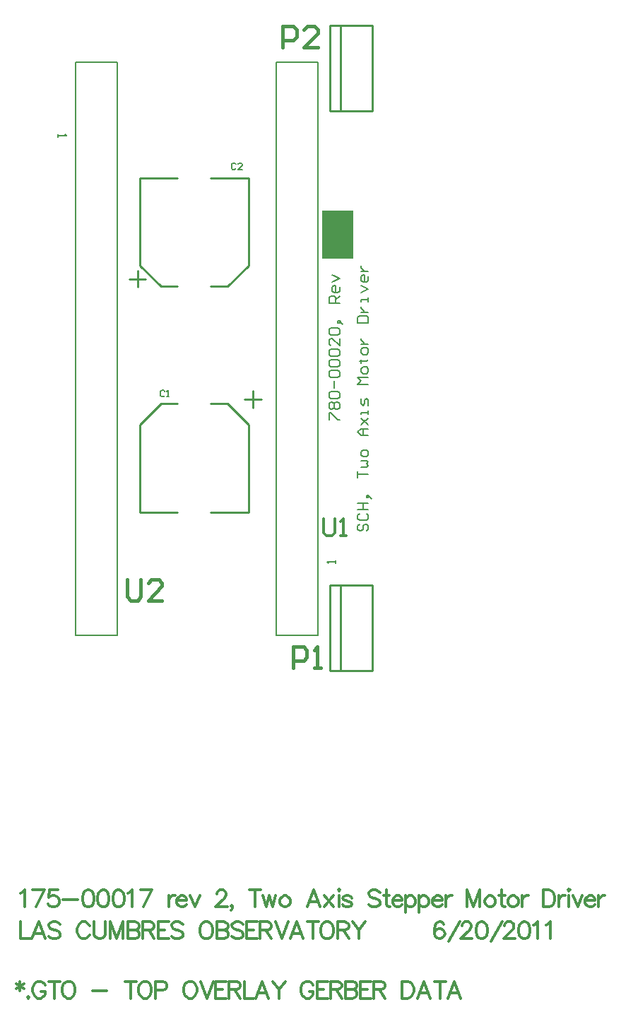
<source format=gto>
%FSLAX23Y23*%
%MOIN*%
G70*
G01*
G75*
G04 Layer_Color=65535*
%ADD10R,0.079X0.236*%
%ADD11C,0.008*%
%ADD12C,0.007*%
%ADD13C,0.050*%
%ADD14C,0.020*%
%ADD15C,0.012*%
%ADD16C,0.012*%
%ADD17C,0.012*%
%ADD18R,0.070X0.070*%
%ADD19C,0.070*%
%ADD20C,0.219*%
%ADD21C,0.276*%
%ADD22C,0.059*%
%ADD23R,0.059X0.059*%
%ADD24C,0.050*%
%ADD25C,0.024*%
%ADD26C,0.040*%
%ADD27C,0.080*%
G04:AMPARAMS|DCode=28|XSize=100mil|YSize=100mil|CornerRadius=0mil|HoleSize=0mil|Usage=FLASHONLY|Rotation=0.000|XOffset=0mil|YOffset=0mil|HoleType=Round|Shape=Relief|Width=10mil|Gap=10mil|Entries=4|*
%AMTHD28*
7,0,0,0.100,0.080,0.010,45*
%
%ADD28THD28*%
%ADD29C,0.206*%
%ADD30C,0.197*%
%ADD31C,0.075*%
G04:AMPARAMS|DCode=32|XSize=85mil|YSize=85mil|CornerRadius=0mil|HoleSize=0mil|Usage=FLASHONLY|Rotation=0.000|XOffset=0mil|YOffset=0mil|HoleType=Round|Shape=Relief|Width=10mil|Gap=10mil|Entries=4|*
%AMTHD32*
7,0,0,0.085,0.065,0.010,45*
%
%ADD32THD32*%
%ADD33C,0.065*%
G04:AMPARAMS|DCode=34|XSize=70mil|YSize=70mil|CornerRadius=0mil|HoleSize=0mil|Usage=FLASHONLY|Rotation=0.000|XOffset=0mil|YOffset=0mil|HoleType=Round|Shape=Relief|Width=10mil|Gap=10mil|Entries=4|*
%AMTHD34*
7,0,0,0.070,0.050,0.010,45*
%
%ADD34THD34*%
%ADD35C,0.068*%
G04:AMPARAMS|DCode=36|XSize=88mil|YSize=88mil|CornerRadius=0mil|HoleSize=0mil|Usage=FLASHONLY|Rotation=0.000|XOffset=0mil|YOffset=0mil|HoleType=Round|Shape=Relief|Width=10mil|Gap=10mil|Entries=4|*
%AMTHD36*
7,0,0,0.088,0.068,0.010,45*
%
%ADD36THD36*%
%ADD37C,0.075*%
%ADD38C,0.010*%
%ADD39R,0.094X0.130*%
%ADD40R,0.050X0.050*%
%ADD41R,0.078X0.048*%
%ADD42R,0.050X0.050*%
%ADD43R,0.059X0.039*%
%ADD44R,0.085X0.016*%
%ADD45R,0.020X0.709*%
%ADD46R,0.130X0.094*%
%ADD47O,0.079X0.024*%
%ADD48C,0.005*%
%ADD49C,0.030*%
%ADD50C,0.008*%
%ADD51C,0.006*%
%ADD52C,0.015*%
%ADD53R,0.149X0.227*%
D11*
X32473Y21481D02*
Y21514D01*
X32481D01*
X32514Y21481D01*
X32523D01*
X32481Y21531D02*
X32473Y21539D01*
Y21556D01*
X32481Y21564D01*
X32489D01*
X32498Y21556D01*
X32506Y21564D01*
X32514D01*
X32523Y21556D01*
Y21539D01*
X32514Y21531D01*
X32506D01*
X32498Y21539D01*
X32489Y21531D01*
X32481D01*
X32498Y21539D02*
Y21556D01*
X32481Y21581D02*
X32473Y21589D01*
Y21606D01*
X32481Y21614D01*
X32514D01*
X32523Y21606D01*
Y21589D01*
X32514Y21581D01*
X32481D01*
X32498Y21631D02*
Y21664D01*
X32481Y21681D02*
X32473Y21689D01*
Y21706D01*
X32481Y21714D01*
X32514D01*
X32523Y21706D01*
Y21689D01*
X32514Y21681D01*
X32481D01*
Y21731D02*
X32473Y21739D01*
Y21756D01*
X32481Y21764D01*
X32514D01*
X32523Y21756D01*
Y21739D01*
X32514Y21731D01*
X32481D01*
Y21781D02*
X32473Y21789D01*
Y21806D01*
X32481Y21814D01*
X32514D01*
X32523Y21806D01*
Y21789D01*
X32514Y21781D01*
X32481D01*
X32523Y21864D02*
Y21831D01*
X32489Y21864D01*
X32481D01*
X32473Y21856D01*
Y21839D01*
X32481Y21831D01*
Y21881D02*
X32473Y21889D01*
Y21906D01*
X32481Y21914D01*
X32514D01*
X32523Y21906D01*
Y21889D01*
X32514Y21881D01*
X32481D01*
X32531Y21939D02*
X32523Y21948D01*
X32514D01*
Y21939D01*
X32523D01*
Y21948D01*
X32531Y21939D01*
X32539Y21931D01*
X32523Y22031D02*
X32473D01*
Y22056D01*
X32481Y22064D01*
X32498D01*
X32506Y22056D01*
Y22031D01*
Y22048D02*
X32523Y22064D01*
Y22106D02*
Y22089D01*
X32514Y22081D01*
X32498D01*
X32489Y22089D01*
Y22106D01*
X32498Y22114D01*
X32506D01*
Y22081D01*
X32489Y22131D02*
X32523Y22148D01*
X32489Y22164D01*
X32617Y20989D02*
X32609Y20981D01*
Y20964D01*
X32617Y20956D01*
X32625D01*
X32634Y20964D01*
Y20981D01*
X32642Y20989D01*
X32650D01*
X32659Y20981D01*
Y20964D01*
X32650Y20956D01*
X32617Y21039D02*
X32609Y21031D01*
Y21014D01*
X32617Y21006D01*
X32650D01*
X32659Y21014D01*
Y21031D01*
X32650Y21039D01*
X32609Y21056D02*
X32659D01*
X32634D01*
Y21089D01*
X32609D01*
X32659D01*
X32667Y21114D02*
X32659Y21123D01*
X32650D01*
Y21114D01*
X32659D01*
Y21123D01*
X32667Y21114D01*
X32675Y21106D01*
X32609Y21206D02*
Y21239D01*
Y21223D01*
X32659D01*
X32625Y21256D02*
X32650D01*
X32659Y21264D01*
X32650Y21273D01*
X32659Y21281D01*
X32650Y21289D01*
X32625D01*
X32659Y21314D02*
Y21331D01*
X32650Y21339D01*
X32634D01*
X32625Y21331D01*
Y21314D01*
X32634Y21306D01*
X32650D01*
X32659Y21314D01*
Y21406D02*
X32625D01*
X32609Y21423D01*
X32625Y21439D01*
X32659D01*
X32634D01*
Y21406D01*
X32625Y21456D02*
X32659Y21489D01*
X32642Y21473D01*
X32625Y21489D01*
X32659Y21456D01*
Y21506D02*
Y21523D01*
Y21514D01*
X32625D01*
Y21506D01*
X32659Y21548D02*
Y21573D01*
X32650Y21581D01*
X32642Y21573D01*
Y21556D01*
X32634Y21548D01*
X32625Y21556D01*
Y21581D01*
X32659Y21648D02*
X32609D01*
X32625Y21664D01*
X32609Y21681D01*
X32659D01*
Y21706D02*
Y21722D01*
X32650Y21731D01*
X32634D01*
X32625Y21722D01*
Y21706D01*
X32634Y21697D01*
X32650D01*
X32659Y21706D01*
X32617Y21756D02*
X32625D01*
Y21747D01*
Y21764D01*
Y21756D01*
X32650D01*
X32659Y21764D01*
Y21797D02*
Y21814D01*
X32650Y21822D01*
X32634D01*
X32625Y21814D01*
Y21797D01*
X32634Y21789D01*
X32650D01*
X32659Y21797D01*
X32625Y21839D02*
X32659D01*
X32642D01*
X32634Y21847D01*
X32625Y21856D01*
Y21864D01*
X32609Y21939D02*
X32659D01*
Y21964D01*
X32650Y21972D01*
X32617D01*
X32609Y21964D01*
Y21939D01*
X32625Y21989D02*
X32659D01*
X32642D01*
X32634Y21997D01*
X32625Y22006D01*
Y22014D01*
X32659Y22039D02*
Y22056D01*
Y22047D01*
X32625D01*
Y22039D01*
Y22081D02*
X32659Y22097D01*
X32625Y22114D01*
X32659Y22156D02*
Y22139D01*
X32650Y22131D01*
X32634D01*
X32625Y22139D01*
Y22156D01*
X32634Y22164D01*
X32642D01*
Y22131D01*
X32625Y22181D02*
X32659D01*
X32642D01*
X32634Y22189D01*
X32625Y22197D01*
Y22206D01*
D15*
X31016Y18832D02*
Y18786D01*
X30997Y18821D02*
X31035Y18798D01*
Y18821D02*
X30997Y18798D01*
X31055Y18760D02*
X31051Y18756D01*
X31055Y18752D01*
X31059Y18756D01*
X31055Y18760D01*
X31133Y18813D02*
X31130Y18821D01*
X31122Y18828D01*
X31114Y18832D01*
X31099D01*
X31092Y18828D01*
X31084Y18821D01*
X31080Y18813D01*
X31076Y18802D01*
Y18783D01*
X31080Y18771D01*
X31084Y18763D01*
X31092Y18756D01*
X31099Y18752D01*
X31114D01*
X31122Y18756D01*
X31130Y18763D01*
X31133Y18771D01*
Y18783D01*
X31114D02*
X31133D01*
X31178Y18832D02*
Y18752D01*
X31152Y18832D02*
X31205D01*
X31237D02*
X31230Y18828D01*
X31222Y18821D01*
X31218Y18813D01*
X31215Y18802D01*
Y18783D01*
X31218Y18771D01*
X31222Y18763D01*
X31230Y18756D01*
X31237Y18752D01*
X31253D01*
X31260Y18756D01*
X31268Y18763D01*
X31272Y18771D01*
X31276Y18783D01*
Y18802D01*
X31272Y18813D01*
X31268Y18821D01*
X31260Y18828D01*
X31253Y18832D01*
X31237D01*
X31357Y18786D02*
X31426D01*
X31539Y18832D02*
Y18752D01*
X31512Y18832D02*
X31565D01*
X31598D02*
X31590Y18828D01*
X31583Y18821D01*
X31579Y18813D01*
X31575Y18802D01*
Y18783D01*
X31579Y18771D01*
X31583Y18763D01*
X31590Y18756D01*
X31598Y18752D01*
X31613D01*
X31621Y18756D01*
X31628Y18763D01*
X31632Y18771D01*
X31636Y18783D01*
Y18802D01*
X31632Y18813D01*
X31628Y18821D01*
X31621Y18828D01*
X31613Y18832D01*
X31598D01*
X31655Y18790D02*
X31689D01*
X31700Y18794D01*
X31704Y18798D01*
X31708Y18805D01*
Y18817D01*
X31704Y18824D01*
X31700Y18828D01*
X31689Y18832D01*
X31655D01*
Y18752D01*
X31811Y18832D02*
X31804Y18828D01*
X31796Y18821D01*
X31792Y18813D01*
X31789Y18802D01*
Y18783D01*
X31792Y18771D01*
X31796Y18763D01*
X31804Y18756D01*
X31811Y18752D01*
X31827D01*
X31834Y18756D01*
X31842Y18763D01*
X31846Y18771D01*
X31850Y18783D01*
Y18802D01*
X31846Y18813D01*
X31842Y18821D01*
X31834Y18828D01*
X31827Y18832D01*
X31811D01*
X31868D02*
X31899Y18752D01*
X31929Y18832D02*
X31899Y18752D01*
X31989Y18832D02*
X31939D01*
Y18752D01*
X31989D01*
X31939Y18794D02*
X31970D01*
X32002Y18832D02*
Y18752D01*
Y18832D02*
X32037D01*
X32048Y18828D01*
X32052Y18824D01*
X32056Y18817D01*
Y18809D01*
X32052Y18802D01*
X32048Y18798D01*
X32037Y18794D01*
X32002D01*
X32029D02*
X32056Y18752D01*
X32073Y18832D02*
Y18752D01*
X32119D01*
X32189D02*
X32158Y18832D01*
X32128Y18752D01*
X32139Y18779D02*
X32177D01*
X32208Y18832D02*
X32238Y18794D01*
Y18752D01*
X32268Y18832D02*
X32238Y18794D01*
X32399Y18813D02*
X32395Y18821D01*
X32387Y18828D01*
X32380Y18832D01*
X32364D01*
X32357Y18828D01*
X32349Y18821D01*
X32345Y18813D01*
X32342Y18802D01*
Y18783D01*
X32345Y18771D01*
X32349Y18763D01*
X32357Y18756D01*
X32364Y18752D01*
X32380D01*
X32387Y18756D01*
X32395Y18763D01*
X32399Y18771D01*
Y18783D01*
X32380D02*
X32399D01*
X32467Y18832D02*
X32417D01*
Y18752D01*
X32467D01*
X32417Y18794D02*
X32447D01*
X32480Y18832D02*
Y18752D01*
Y18832D02*
X32514D01*
X32526Y18828D01*
X32529Y18824D01*
X32533Y18817D01*
Y18809D01*
X32529Y18802D01*
X32526Y18798D01*
X32514Y18794D01*
X32480D01*
X32507D02*
X32533Y18752D01*
X32551Y18832D02*
Y18752D01*
Y18832D02*
X32585D01*
X32597Y18828D01*
X32601Y18824D01*
X32604Y18817D01*
Y18809D01*
X32601Y18802D01*
X32597Y18798D01*
X32585Y18794D01*
X32551D02*
X32585D01*
X32597Y18790D01*
X32601Y18786D01*
X32604Y18779D01*
Y18767D01*
X32601Y18760D01*
X32597Y18756D01*
X32585Y18752D01*
X32551D01*
X32672Y18832D02*
X32622D01*
Y18752D01*
X32672D01*
X32622Y18794D02*
X32653D01*
X32685Y18832D02*
Y18752D01*
Y18832D02*
X32719D01*
X32731Y18828D01*
X32735Y18824D01*
X32738Y18817D01*
Y18809D01*
X32735Y18802D01*
X32731Y18798D01*
X32719Y18794D01*
X32685D01*
X32712D02*
X32738Y18752D01*
X32819Y18832D02*
Y18752D01*
Y18832D02*
X32846D01*
X32857Y18828D01*
X32865Y18821D01*
X32869Y18813D01*
X32873Y18802D01*
Y18783D01*
X32869Y18771D01*
X32865Y18763D01*
X32857Y18756D01*
X32846Y18752D01*
X32819D01*
X32951D02*
X32921Y18832D01*
X32890Y18752D01*
X32902Y18779D02*
X32940D01*
X32997Y18832D02*
Y18752D01*
X32970Y18832D02*
X33023D01*
X33094Y18752D02*
X33063Y18832D01*
X33033Y18752D01*
X33044Y18779D02*
X33082D01*
D16*
X31018Y19113D02*
Y19033D01*
X31063D01*
X31133D02*
X31103Y19113D01*
X31072Y19033D01*
X31084Y19059D02*
X31122D01*
X31205Y19101D02*
X31198Y19109D01*
X31186Y19113D01*
X31171D01*
X31159Y19109D01*
X31152Y19101D01*
Y19094D01*
X31156Y19086D01*
X31159Y19082D01*
X31167Y19078D01*
X31190Y19071D01*
X31198Y19067D01*
X31201Y19063D01*
X31205Y19055D01*
Y19044D01*
X31198Y19036D01*
X31186Y19033D01*
X31171D01*
X31159Y19036D01*
X31152Y19044D01*
X31343Y19094D02*
X31339Y19101D01*
X31332Y19109D01*
X31324Y19113D01*
X31309D01*
X31301Y19109D01*
X31294Y19101D01*
X31290Y19094D01*
X31286Y19082D01*
Y19063D01*
X31290Y19052D01*
X31294Y19044D01*
X31301Y19036D01*
X31309Y19033D01*
X31324D01*
X31332Y19036D01*
X31339Y19044D01*
X31343Y19052D01*
X31366Y19113D02*
Y19055D01*
X31369Y19044D01*
X31377Y19036D01*
X31388Y19033D01*
X31396D01*
X31407Y19036D01*
X31415Y19044D01*
X31419Y19055D01*
Y19113D01*
X31441D02*
Y19033D01*
Y19113D02*
X31471Y19033D01*
X31502Y19113D02*
X31471Y19033D01*
X31502Y19113D02*
Y19033D01*
X31525Y19113D02*
Y19033D01*
Y19113D02*
X31559D01*
X31570Y19109D01*
X31574Y19105D01*
X31578Y19097D01*
Y19090D01*
X31574Y19082D01*
X31570Y19078D01*
X31559Y19075D01*
X31525D02*
X31559D01*
X31570Y19071D01*
X31574Y19067D01*
X31578Y19059D01*
Y19048D01*
X31574Y19040D01*
X31570Y19036D01*
X31559Y19033D01*
X31525D01*
X31596Y19113D02*
Y19033D01*
Y19113D02*
X31630D01*
X31642Y19109D01*
X31645Y19105D01*
X31649Y19097D01*
Y19090D01*
X31645Y19082D01*
X31642Y19078D01*
X31630Y19075D01*
X31596D01*
X31623D02*
X31649Y19033D01*
X31717Y19113D02*
X31667D01*
Y19033D01*
X31717D01*
X31667Y19075D02*
X31698D01*
X31783Y19101D02*
X31776Y19109D01*
X31764Y19113D01*
X31749D01*
X31738Y19109D01*
X31730Y19101D01*
Y19094D01*
X31734Y19086D01*
X31738Y19082D01*
X31745Y19078D01*
X31768Y19071D01*
X31776Y19067D01*
X31780Y19063D01*
X31783Y19055D01*
Y19044D01*
X31776Y19036D01*
X31764Y19033D01*
X31749D01*
X31738Y19036D01*
X31730Y19044D01*
X31887Y19113D02*
X31879Y19109D01*
X31872Y19101D01*
X31868Y19094D01*
X31864Y19082D01*
Y19063D01*
X31868Y19052D01*
X31872Y19044D01*
X31879Y19036D01*
X31887Y19033D01*
X31902D01*
X31910Y19036D01*
X31917Y19044D01*
X31921Y19052D01*
X31925Y19063D01*
Y19082D01*
X31921Y19094D01*
X31917Y19101D01*
X31910Y19109D01*
X31902Y19113D01*
X31887D01*
X31944D02*
Y19033D01*
Y19113D02*
X31978D01*
X31989Y19109D01*
X31993Y19105D01*
X31997Y19097D01*
Y19090D01*
X31993Y19082D01*
X31989Y19078D01*
X31978Y19075D01*
X31944D02*
X31978D01*
X31989Y19071D01*
X31993Y19067D01*
X31997Y19059D01*
Y19048D01*
X31993Y19040D01*
X31989Y19036D01*
X31978Y19033D01*
X31944D01*
X32068Y19101D02*
X32061Y19109D01*
X32049Y19113D01*
X32034D01*
X32023Y19109D01*
X32015Y19101D01*
Y19094D01*
X32019Y19086D01*
X32023Y19082D01*
X32030Y19078D01*
X32053Y19071D01*
X32061Y19067D01*
X32064Y19063D01*
X32068Y19055D01*
Y19044D01*
X32061Y19036D01*
X32049Y19033D01*
X32034D01*
X32023Y19036D01*
X32015Y19044D01*
X32136Y19113D02*
X32086D01*
Y19033D01*
X32136D01*
X32086Y19075D02*
X32117D01*
X32149Y19113D02*
Y19033D01*
Y19113D02*
X32183D01*
X32195Y19109D01*
X32198Y19105D01*
X32202Y19097D01*
Y19090D01*
X32198Y19082D01*
X32195Y19078D01*
X32183Y19075D01*
X32149D01*
X32176D02*
X32202Y19033D01*
X32220Y19113D02*
X32251Y19033D01*
X32281Y19113D02*
X32251Y19033D01*
X32352D02*
X32322Y19113D01*
X32291Y19033D01*
X32303Y19059D02*
X32341D01*
X32398Y19113D02*
Y19033D01*
X32371Y19113D02*
X32424D01*
X32457D02*
X32449Y19109D01*
X32441Y19101D01*
X32438Y19094D01*
X32434Y19082D01*
Y19063D01*
X32438Y19052D01*
X32441Y19044D01*
X32449Y19036D01*
X32457Y19033D01*
X32472D01*
X32480Y19036D01*
X32487Y19044D01*
X32491Y19052D01*
X32495Y19063D01*
Y19082D01*
X32491Y19094D01*
X32487Y19101D01*
X32480Y19109D01*
X32472Y19113D01*
X32457D01*
X32513D02*
Y19033D01*
Y19113D02*
X32548D01*
X32559Y19109D01*
X32563Y19105D01*
X32567Y19097D01*
Y19090D01*
X32563Y19082D01*
X32559Y19078D01*
X32548Y19075D01*
X32513D01*
X32540D02*
X32567Y19033D01*
X32585Y19113D02*
X32615Y19075D01*
Y19033D01*
X32646Y19113D02*
X32615Y19075D01*
X33016Y19101D02*
X33012Y19109D01*
X33001Y19113D01*
X32993D01*
X32982Y19109D01*
X32974Y19097D01*
X32970Y19078D01*
Y19059D01*
X32974Y19044D01*
X32982Y19036D01*
X32993Y19033D01*
X32997D01*
X33008Y19036D01*
X33016Y19044D01*
X33020Y19055D01*
Y19059D01*
X33016Y19071D01*
X33008Y19078D01*
X32997Y19082D01*
X32993D01*
X32982Y19078D01*
X32974Y19071D01*
X32970Y19059D01*
X33037Y19021D02*
X33090Y19113D01*
X33100Y19094D02*
Y19097D01*
X33103Y19105D01*
X33107Y19109D01*
X33115Y19113D01*
X33130D01*
X33138Y19109D01*
X33142Y19105D01*
X33145Y19097D01*
Y19090D01*
X33142Y19082D01*
X33134Y19071D01*
X33096Y19033D01*
X33149D01*
X33190Y19113D02*
X33178Y19109D01*
X33171Y19097D01*
X33167Y19078D01*
Y19067D01*
X33171Y19048D01*
X33178Y19036D01*
X33190Y19033D01*
X33198D01*
X33209Y19036D01*
X33217Y19048D01*
X33220Y19067D01*
Y19078D01*
X33217Y19097D01*
X33209Y19109D01*
X33198Y19113D01*
X33190D01*
X33238Y19021D02*
X33292Y19113D01*
X33301Y19094D02*
Y19097D01*
X33305Y19105D01*
X33308Y19109D01*
X33316Y19113D01*
X33331D01*
X33339Y19109D01*
X33343Y19105D01*
X33346Y19097D01*
Y19090D01*
X33343Y19082D01*
X33335Y19071D01*
X33297Y19033D01*
X33350D01*
X33391Y19113D02*
X33380Y19109D01*
X33372Y19097D01*
X33368Y19078D01*
Y19067D01*
X33372Y19048D01*
X33380Y19036D01*
X33391Y19033D01*
X33399D01*
X33410Y19036D01*
X33418Y19048D01*
X33421Y19067D01*
Y19078D01*
X33418Y19097D01*
X33410Y19109D01*
X33399Y19113D01*
X33391D01*
X33439Y19097D02*
X33447Y19101D01*
X33458Y19113D01*
Y19033D01*
X33498Y19097D02*
X33506Y19101D01*
X33517Y19113D01*
Y19033D01*
D17*
X32449Y21013D02*
Y20946D01*
X32462Y20933D01*
X32489D01*
X32502Y20946D01*
Y21013D01*
X32529Y20933D02*
X32555D01*
X32542D01*
Y21013D01*
X32529Y21000D01*
X31018Y19247D02*
X31025Y19251D01*
X31037Y19263D01*
Y19183D01*
X31130Y19263D02*
X31092Y19183D01*
X31076Y19263D02*
X31130D01*
X31193D02*
X31155D01*
X31151Y19228D01*
X31155Y19232D01*
X31167Y19236D01*
X31178D01*
X31190Y19232D01*
X31197Y19225D01*
X31201Y19213D01*
Y19205D01*
X31197Y19194D01*
X31190Y19186D01*
X31178Y19183D01*
X31167D01*
X31155Y19186D01*
X31151Y19190D01*
X31148Y19198D01*
X31219Y19217D02*
X31287D01*
X31334Y19263D02*
X31322Y19259D01*
X31315Y19247D01*
X31311Y19228D01*
Y19217D01*
X31315Y19198D01*
X31322Y19186D01*
X31334Y19183D01*
X31342D01*
X31353Y19186D01*
X31361Y19198D01*
X31364Y19217D01*
Y19228D01*
X31361Y19247D01*
X31353Y19259D01*
X31342Y19263D01*
X31334D01*
X31405D02*
X31394Y19259D01*
X31386Y19247D01*
X31382Y19228D01*
Y19217D01*
X31386Y19198D01*
X31394Y19186D01*
X31405Y19183D01*
X31413D01*
X31424Y19186D01*
X31432Y19198D01*
X31436Y19217D01*
Y19228D01*
X31432Y19247D01*
X31424Y19259D01*
X31413Y19263D01*
X31405D01*
X31476D02*
X31465Y19259D01*
X31457Y19247D01*
X31454Y19228D01*
Y19217D01*
X31457Y19198D01*
X31465Y19186D01*
X31476Y19183D01*
X31484D01*
X31495Y19186D01*
X31503Y19198D01*
X31507Y19217D01*
Y19228D01*
X31503Y19247D01*
X31495Y19259D01*
X31484Y19263D01*
X31476D01*
X31525Y19247D02*
X31532Y19251D01*
X31544Y19263D01*
Y19183D01*
X31637Y19263D02*
X31599Y19183D01*
X31583Y19263D02*
X31637D01*
X31717Y19236D02*
Y19183D01*
Y19213D02*
X31721Y19225D01*
X31729Y19232D01*
X31736Y19236D01*
X31748D01*
X31755Y19213D02*
X31801D01*
Y19221D01*
X31797Y19228D01*
X31793Y19232D01*
X31786Y19236D01*
X31774D01*
X31767Y19232D01*
X31759Y19225D01*
X31755Y19213D01*
Y19205D01*
X31759Y19194D01*
X31767Y19186D01*
X31774Y19183D01*
X31786D01*
X31793Y19186D01*
X31801Y19194D01*
X31818Y19236D02*
X31841Y19183D01*
X31864Y19236D02*
X31841Y19183D01*
X31943Y19244D02*
Y19247D01*
X31947Y19255D01*
X31951Y19259D01*
X31959Y19263D01*
X31974D01*
X31981Y19259D01*
X31985Y19255D01*
X31989Y19247D01*
Y19240D01*
X31985Y19232D01*
X31978Y19221D01*
X31939Y19183D01*
X31993D01*
X32018Y19186D02*
X32015Y19183D01*
X32011Y19186D01*
X32015Y19190D01*
X32018Y19186D01*
Y19179D01*
X32015Y19171D01*
X32011Y19167D01*
X32125Y19263D02*
Y19183D01*
X32099Y19263D02*
X32152D01*
X32162Y19236D02*
X32177Y19183D01*
X32192Y19236D02*
X32177Y19183D01*
X32192Y19236D02*
X32207Y19183D01*
X32222Y19236D02*
X32207Y19183D01*
X32260Y19236D02*
X32253Y19232D01*
X32245Y19225D01*
X32241Y19213D01*
Y19205D01*
X32245Y19194D01*
X32253Y19186D01*
X32260Y19183D01*
X32272D01*
X32279Y19186D01*
X32287Y19194D01*
X32291Y19205D01*
Y19213D01*
X32287Y19225D01*
X32279Y19232D01*
X32272Y19236D01*
X32260D01*
X32432Y19183D02*
X32401Y19263D01*
X32371Y19183D01*
X32382Y19209D02*
X32421D01*
X32451Y19236D02*
X32493Y19183D01*
Y19236D02*
X32451Y19183D01*
X32517Y19263D02*
X32521Y19259D01*
X32525Y19263D01*
X32521Y19266D01*
X32517Y19263D01*
X32521Y19236D02*
Y19183D01*
X32581Y19225D02*
X32577Y19232D01*
X32565Y19236D01*
X32554D01*
X32542Y19232D01*
X32539Y19225D01*
X32542Y19217D01*
X32550Y19213D01*
X32569Y19209D01*
X32577Y19205D01*
X32581Y19198D01*
Y19194D01*
X32577Y19186D01*
X32565Y19183D01*
X32554D01*
X32542Y19186D01*
X32539Y19194D01*
X32713Y19251D02*
X32706Y19259D01*
X32694Y19263D01*
X32679D01*
X32668Y19259D01*
X32660Y19251D01*
Y19244D01*
X32664Y19236D01*
X32668Y19232D01*
X32675Y19228D01*
X32698Y19221D01*
X32706Y19217D01*
X32710Y19213D01*
X32713Y19205D01*
Y19194D01*
X32706Y19186D01*
X32694Y19183D01*
X32679D01*
X32668Y19186D01*
X32660Y19194D01*
X32743Y19263D02*
Y19198D01*
X32747Y19186D01*
X32754Y19183D01*
X32762D01*
X32731Y19236D02*
X32758D01*
X32773Y19213D02*
X32819D01*
Y19221D01*
X32815Y19228D01*
X32811Y19232D01*
X32804Y19236D01*
X32792D01*
X32785Y19232D01*
X32777Y19225D01*
X32773Y19213D01*
Y19205D01*
X32777Y19194D01*
X32785Y19186D01*
X32792Y19183D01*
X32804D01*
X32811Y19186D01*
X32819Y19194D01*
X32836Y19236D02*
Y19156D01*
Y19225D02*
X32844Y19232D01*
X32851Y19236D01*
X32863D01*
X32870Y19232D01*
X32878Y19225D01*
X32882Y19213D01*
Y19205D01*
X32878Y19194D01*
X32870Y19186D01*
X32863Y19183D01*
X32851D01*
X32844Y19186D01*
X32836Y19194D01*
X32899Y19236D02*
Y19156D01*
Y19225D02*
X32907Y19232D01*
X32914Y19236D01*
X32926D01*
X32933Y19232D01*
X32941Y19225D01*
X32945Y19213D01*
Y19205D01*
X32941Y19194D01*
X32933Y19186D01*
X32926Y19183D01*
X32914D01*
X32907Y19186D01*
X32899Y19194D01*
X32962Y19213D02*
X33007D01*
Y19221D01*
X33004Y19228D01*
X33000Y19232D01*
X32992Y19236D01*
X32981D01*
X32973Y19232D01*
X32966Y19225D01*
X32962Y19213D01*
Y19205D01*
X32966Y19194D01*
X32973Y19186D01*
X32981Y19183D01*
X32992D01*
X33000Y19186D01*
X33007Y19194D01*
X33025Y19236D02*
Y19183D01*
Y19213D02*
X33028Y19225D01*
X33036Y19232D01*
X33044Y19236D01*
X33055D01*
X33125Y19263D02*
Y19183D01*
Y19263D02*
X33156Y19183D01*
X33186Y19263D02*
X33156Y19183D01*
X33186Y19263D02*
Y19183D01*
X33228Y19236D02*
X33220Y19232D01*
X33213Y19225D01*
X33209Y19213D01*
Y19205D01*
X33213Y19194D01*
X33220Y19186D01*
X33228Y19183D01*
X33239D01*
X33247Y19186D01*
X33255Y19194D01*
X33258Y19205D01*
Y19213D01*
X33255Y19225D01*
X33247Y19232D01*
X33239Y19236D01*
X33228D01*
X33287Y19263D02*
Y19198D01*
X33291Y19186D01*
X33299Y19183D01*
X33306D01*
X33276Y19236D02*
X33303D01*
X33337D02*
X33329Y19232D01*
X33322Y19225D01*
X33318Y19213D01*
Y19205D01*
X33322Y19194D01*
X33329Y19186D01*
X33337Y19183D01*
X33348D01*
X33356Y19186D01*
X33364Y19194D01*
X33367Y19205D01*
Y19213D01*
X33364Y19225D01*
X33356Y19232D01*
X33348Y19236D01*
X33337D01*
X33385D02*
Y19183D01*
Y19213D02*
X33389Y19225D01*
X33396Y19232D01*
X33404Y19236D01*
X33415D01*
X33485Y19263D02*
Y19183D01*
Y19263D02*
X33512D01*
X33524Y19259D01*
X33531Y19251D01*
X33535Y19244D01*
X33539Y19232D01*
Y19213D01*
X33535Y19202D01*
X33531Y19194D01*
X33524Y19186D01*
X33512Y19183D01*
X33485D01*
X33557Y19236D02*
Y19183D01*
Y19213D02*
X33560Y19225D01*
X33568Y19232D01*
X33576Y19236D01*
X33587D01*
X33602Y19263D02*
X33606Y19259D01*
X33610Y19263D01*
X33606Y19266D01*
X33602Y19263D01*
X33606Y19236D02*
Y19183D01*
X33624Y19236D02*
X33647Y19183D01*
X33669Y19236D02*
X33647Y19183D01*
X33682Y19213D02*
X33728D01*
Y19221D01*
X33724Y19228D01*
X33720Y19232D01*
X33713Y19236D01*
X33701D01*
X33694Y19232D01*
X33686Y19225D01*
X33682Y19213D01*
Y19205D01*
X33686Y19194D01*
X33694Y19186D01*
X33701Y19183D01*
X33713D01*
X33720Y19186D01*
X33728Y19194D01*
X33745Y19236D02*
Y19183D01*
Y19213D02*
X33749Y19225D01*
X33757Y19232D01*
X33764Y19236D01*
X33776D01*
D38*
X32478Y20296D02*
Y20701D01*
X32678Y20296D02*
Y20701D01*
X32478Y20296D02*
X32678D01*
X32478Y20701D02*
X32678D01*
X32528Y20296D02*
Y20701D01*
X32074Y21577D02*
X32153D01*
X32113Y21537D02*
Y21616D01*
X31916Y21045D02*
X32094D01*
X31582D02*
X31759D01*
X31680Y21557D02*
X31759D01*
X31916D02*
X31995D01*
X31582Y21045D02*
Y21459D01*
X31680Y21557D01*
X32094Y21301D02*
Y21459D01*
X31995Y21557D02*
X32094Y21459D01*
Y21045D02*
Y21301D01*
X31531Y22145D02*
X31609D01*
X31572Y22106D02*
Y22185D01*
X31582Y22622D02*
X31759D01*
X31916D02*
X32094D01*
X31916Y22110D02*
X31995D01*
X31680D02*
X31759D01*
X32094Y22209D02*
Y22622D01*
X31995Y22110D02*
X32094Y22209D01*
X31582Y22209D02*
Y22366D01*
Y22209D02*
X31680Y22110D01*
X31582Y22366D02*
Y22622D01*
X32478Y22936D02*
Y23341D01*
X32678Y22936D02*
Y23341D01*
X32478Y22936D02*
X32678D01*
X32478Y23341D02*
X32678D01*
X32528Y22936D02*
Y23341D01*
D48*
X31698Y21615D02*
X31693Y21620D01*
X31683D01*
X31678Y21615D01*
Y21595D01*
X31683Y21590D01*
X31693D01*
X31698Y21595D01*
X31708Y21590D02*
X31718D01*
X31713D01*
Y21620D01*
X31708Y21615D01*
X32033Y22686D02*
X32028Y22691D01*
X32018D01*
X32013Y22686D01*
Y22666D01*
X32018Y22661D01*
X32028D01*
X32033Y22666D01*
X32063Y22661D02*
X32043D01*
X32063Y22681D01*
Y22686D01*
X32058Y22691D01*
X32048D01*
X32043Y22686D01*
D50*
X31279Y21816D02*
Y23166D01*
X31476D01*
Y20465D02*
Y23166D01*
X31279Y20465D02*
X31476D01*
X31279D02*
Y21816D01*
X32420D02*
Y23166D01*
X32224D02*
X32420D01*
X32224Y20465D02*
Y23166D01*
Y20465D02*
X32420D01*
Y21816D01*
D51*
X31196Y22828D02*
Y22814D01*
Y22821D01*
X31236D01*
X31229Y22828D01*
X32503Y20804D02*
Y20817D01*
Y20811D01*
X32463D01*
X32470Y20804D01*
D52*
X32303Y20310D02*
Y20410D01*
X32353D01*
X32369Y20393D01*
Y20360D01*
X32353Y20343D01*
X32303D01*
X32403Y20310D02*
X32436D01*
X32419D01*
Y20410D01*
X32403Y20393D01*
X32254Y23237D02*
Y23337D01*
X32304D01*
X32320Y23320D01*
Y23287D01*
X32304Y23270D01*
X32254D01*
X32420Y23237D02*
X32354D01*
X32420Y23304D01*
Y23320D01*
X32404Y23337D01*
X32370D01*
X32354Y23320D01*
X31520Y20729D02*
Y20646D01*
X31537Y20629D01*
X31570D01*
X31586Y20646D01*
Y20729D01*
X31686Y20629D02*
X31620D01*
X31686Y20696D01*
Y20712D01*
X31670Y20729D01*
X31636D01*
X31620Y20712D01*
D53*
X32516Y22354D02*
D03*
M02*

</source>
